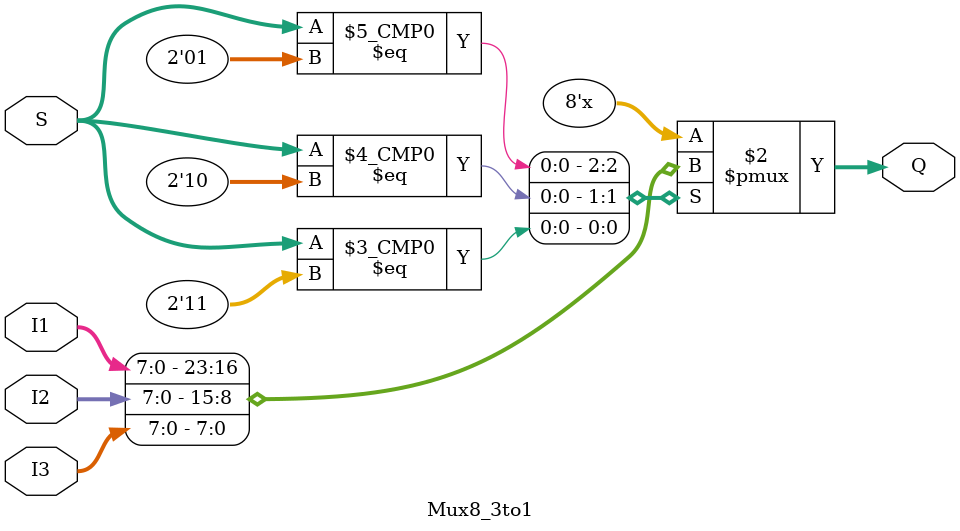
<source format=v>
/*
Title : Mux8_3to1.v
Author : Nathaniel Therrien
Descrption : A verilog module for a 3 to 1 multiplexer, input 0 does not exist.
*/

module Mux8_3to1(I1, I2, I3, S, Q);
    input [7:0] I1;
    input [7:0] I2;
    input [7:0] I3;
    input [1:0] S;
    output [7:0] Q;
    reg [7:0] Q;

    always @ (I1 or I2 or I3 or S) begin
        case (S)
            2'b01 : Q <= I1;
            2'b10 : Q <= I2;
            2'b11 : Q <= I3; 
        endcase
    end

endmodule

</source>
